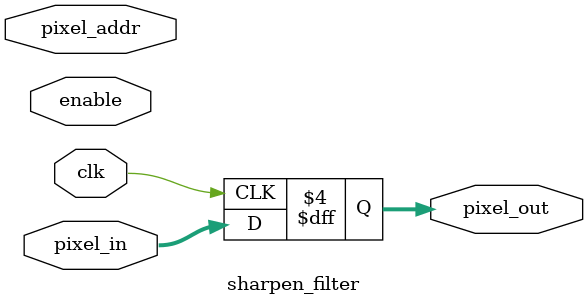
<source format=v>
module digital_filter (
    input  wire        clk,           // 25MHz VGA 클럭
    input  wire        enable,        // 필터 활성화 신호
    input  wire [11:0] pixel_in,      // 입력 픽셀 (RGB 4:4:4)
    input  wire [16:0] pixel_addr,    // 픽셀 주소
    input  wire        vsync,         // 수직 동기화
    input  wire        active_area,   // 활성 영역 신호
    output reg  [11:0] pixel_out,     // 출력 픽셀 (필터 적용 후)
    output reg         filter_ready   // 필터 처리 완료 신호
);

    // 필터 타입 정의
    parameter FILTER_NONE = 2'b00;      // 필터 없음
    parameter FILTER_GAUSSIAN = 2'b01;  // 가우시안 블러
    parameter FILTER_SHARPEN = 2'b10;   // 샤프닝 필터
    parameter FILTER_EDGE_ENHANCE = 2'b11; // 엣지 강화
    
    // 필터 상태 관리
    reg [1:0] filter_state = FILTER_NONE;
    reg [2:0] delay_counter = 3'b000;  // 필터 지연 카운터

    // 라인 버퍼들 (1줄 버퍼링 - 간단한 필터용)
    reg [11:0] line_buffer [319:0];  // 이전 라인
    
    // 픽셀 위치 계산
    wire [8:0] x_pos = pixel_addr[8:0];   // X 좌표 (0-319)
    wire [8:0] y_pos = pixel_addr[16:9];  // Y 좌표 (0-239)
    
    // 주소 유효성 검사
    wire valid_addr = (x_pos < 320) && (y_pos < 240);
    
    // 1x3 윈도우 픽셀들 (현재, 이전, 다음)
    wire [11:0] p_prev, p_curr, p_next;
    
    // 1x3 윈도우 픽셀 할당
    assign p_prev = (x_pos > 0) ? line_buffer[x_pos-1] : 12'h000;
    assign p_curr = pixel_in;
    assign p_next = (x_pos < 319) ? line_buffer[x_pos+1] : 12'h000;
    
    // RGB 분리
    wire [3:0] r_prev, g_prev, b_prev;
    wire [3:0] r_curr, g_curr, b_curr;
    wire [3:0] r_next, g_next, b_next;
    
    // RGB 분리 (4:4:4 포맷)
    assign {r_prev, g_prev, b_prev} = p_prev;
    assign {r_curr, g_curr, b_curr} = p_curr;
    assign {r_next, g_next, b_next} = p_next;
    
    // 필터 처리
    reg [11:0] filtered_pixel;
    reg [7:0] filter_r, filter_g, filter_b;
    
    always @(posedge clk) begin
        if (enable && valid_addr && active_area) begin
            // 매우 간단한 노이즈 제거 필터
            // 현재 픽셀과 이전 픽셀의 평균 (50% + 50%)
            filter_r <= (r_curr + r_prev) >> 1;
            filter_g <= (g_curr + g_prev) >> 1;
            filter_b <= (b_curr + b_prev) >> 1;
            
            // 간단한 필터 적용
            filtered_pixel <= {filter_r[3:0], filter_g[3:0], filter_b[3:0]};
        end else begin
            filtered_pixel <= pixel_in;
        end
    end
    
    // 라인 버퍼 업데이트 및 리셋 (통합)
    reg [8:0] reset_counter;
    reg reset_done;
    reg vsync_prev;
    
    always @(posedge clk) begin
        // VSYNC 상승 에지 감지
        vsync_prev <= vsync;
        
        if (vsync && !vsync_prev) begin
            // VSYNC 상승 에지에서 리셋 시작
            reset_counter <= 9'd0;
            reset_done <= 1'b0;
        end else if (!reset_done) begin
            // VSYNC 리셋 중
            if (reset_counter < 320) begin
                line_buffer[reset_counter] <= 12'h000;
                reset_counter <= reset_counter + 1'b1;
            end else begin
                reset_done <= 1'b1;
            end
        end else if (valid_addr && active_area) begin
            // 활성 영역에서만 라인 버퍼 업데이트 - 1줄만 사용
            line_buffer[x_pos] <= pixel_in;
        end
    end
    
    // 필터 상태 관리 (간단한 노이즈 제거만 사용)
    always @(posedge clk) begin
        if (enable) begin
            filter_state <= FILTER_GAUSSIAN;  // 간단한 노이즈 제거 필터
        end else begin
            filter_state <= FILTER_NONE;
        end
    end
    
    // 출력 제어
    always @(posedge clk) begin
        if (enable && valid_addr && active_area) begin
            // 활성 영역에서만 필터 적용된 픽셀 출력
            pixel_out <= filtered_pixel;
            filter_ready <= 1'b1;
        end else begin
            // 비활성 영역에서는 원본 픽셀 출력
            pixel_out <= pixel_in;
            filter_ready <= 1'b0;
        end
    end
    

endmodule

// 샤프닝 필터 모듈 (선택적 사용)
module sharpen_filter (
    input  wire        clk,
    input  wire        enable,
    input  wire [11:0] pixel_in,
    input  wire [16:0] pixel_addr,
    output reg  [11:0] pixel_out
);

    // 샤프닝 커널
    //  0 -1  0
    // -1  5 -1
    //  0 -1  0
    
    // 구현은 가우시안 필터와 유사하지만 다른 계수 사용
    // 실제 구현에서는 라인 버퍼와 3x3 윈도우가 필요
    
    always @(posedge clk) begin
        if (enable) begin
            // 샤프닝 필터 적용
            pixel_out <= pixel_in; // 임시로 원본 반환
        end else begin
            pixel_out <= pixel_in;
        end
    end

endmodule

</source>
